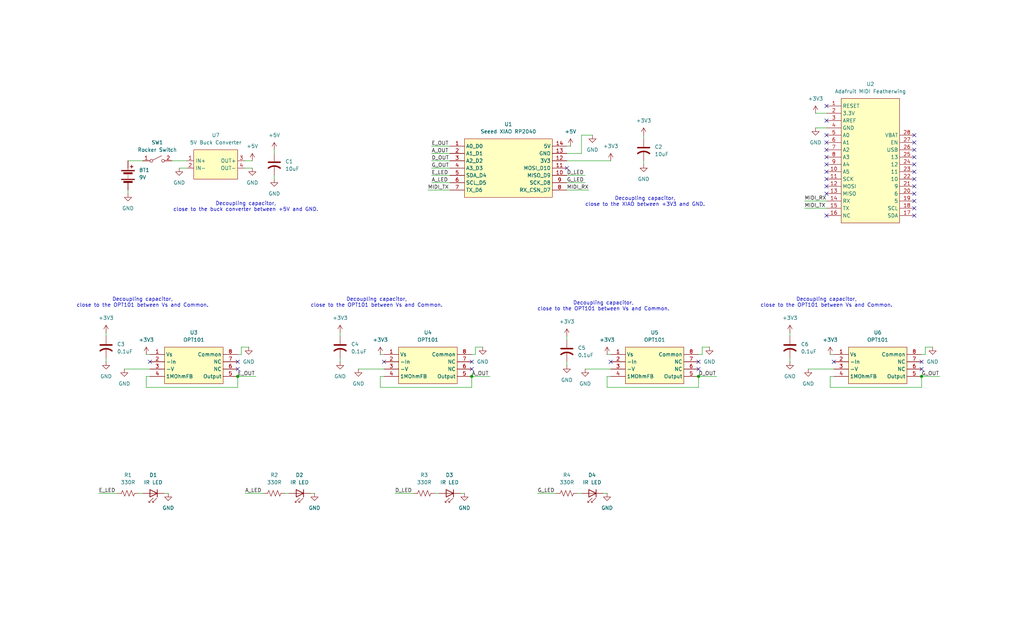
<source format=kicad_sch>
(kicad_sch (version 20250114) (generator "eeschema") (generator_version "9.0")
  (paper "USLegal")
  (title_block (title "BassMINT"))
  (lib_symbols
    (symbol "Device:Battery" (pin_numbers (hide yes)) (pin_names (offset 0) (hide yes))
      (property "Reference" "BT" (at 2.54 2.54 0))
      (property "Value" "Battery" (at 2.54 0 0))
      (symbol "Battery_0_1"
        (rectangle (start -2.286 1.778) (end 2.286 1.524) (fill (type outline)))
        (rectangle (start -2.286 -1.27) (end 2.286 -1.524) (fill (type outline)))
        (rectangle (start -1.524 1.016) (end 1.524 0.508) (fill (type outline)))
        (rectangle (start -1.524 -2.032) (end 1.524 -2.54) (fill (type outline)))
        (polyline (pts (xy 0 1.778) (xy 0 2.54)))
        (polyline (pts (xy 0 0) (xy 0 0.254)))
        (polyline (pts (xy 0 -0.508) (xy 0 -0.254)))
        (polyline (pts (xy 0 -1.016) (xy 0 -0.762)))
        (polyline (pts (xy 0.762 3.048) (xy 1.778 3.048)) (stroke (width 0.254)))
        (polyline (pts (xy 1.27 3.556) (xy 1.27 2.54)) (stroke (width 0.254)))
      )
      (symbol "Battery_1_1"
        (pin passive line (at 0 5.08 270) (length 2.54) (name "+") (number "1"))
        (pin passive line (at 0 -5.08 90) (length 2.54) (name "-") (number "2"))
      )
    )
    (symbol "Device:C_US" (pin_numbers (hide yes)) (pin_names (offset 0.254) (hide yes))
      (property "Reference" "C" (at 0.635 2.54 0))
      (property "Value" "C_US" (at 0.635 -2.54 0))
      (symbol "C_US_0_1"
        (polyline (pts (xy -2.032 0.762) (xy 2.032 0.762)) (stroke (width 0.508)))
        (arc (start -2.032 -1.27) (mid 0 -0.5572) (end 2.032 -1.27) (stroke (width 0.508)))
      )
      (symbol "C_US_1_1"
        (pin passive line (at 0 3.81 270) (length 2.794) (name "~") (number "1"))
        (pin passive line (at 0 -3.81 90) (length 3.302) (name "~") (number "2"))
      )
    )
    (symbol "Device:R_US" (pin_numbers (hide yes)) (pin_names (offset 0))
      (property "Reference" "R" (at 2.54 0 90))
      (property "Value" "R_US" (at -2.54 0 90))
      (symbol "R_US_0_1"
        (polyline (pts (xy 0 2.286) (xy 0 2.54)))
        (polyline (pts (xy 0 2.286) (xy 1.016 1.905) (xy 0 1.524) (xy -1.016 1.143) (xy 0 0.762)))
        (polyline (pts (xy 0 0.762) (xy 1.016 0.381) (xy 0 0) (xy -1.016 -0.381) (xy 0 -0.762)))
        (polyline (pts (xy 0 -0.762) (xy 1.016 -1.143) (xy 0 -1.524) (xy -1.016 -1.905) (xy 0 -2.286)))
        (polyline (pts (xy 0 -2.286) (xy 0 -2.54)))
      )
      (symbol "R_US_1_1"
        (pin passive line (at 0 3.81 270) (length 1.27) (name "~") (number "1"))
        (pin passive line (at 0 -3.81 90) (length 1.27) (name "~") (number "2"))
      )
    )
    (symbol "LED:LD271" (pin_numbers (hide yes)) (pin_names (offset 1.016) (hide yes))
      (property "Reference" "D" (at 0.508 1.778 0))
      (property "Value" "LD271" (at -1.016 -2.794 0))
      (symbol "LD271_0_1"
        (polyline (pts (xy -2.54 1.27) (xy -2.54 -1.27)) (stroke (width 0.254)))
        (polyline (pts (xy -2.413 1.651) (xy -0.889 3.175) (xy -0.889 2.667) (xy -0.889 3.175) (xy -1.397 3.175)))
        (polyline (pts (xy -1.143 1.651) (xy 0.381 3.175) (xy 0.381 2.667)))
        (polyline (pts (xy 0 0) (xy -2.54 0)))
        (polyline (pts (xy 0 -1.27) (xy -2.54 0) (xy 0 1.27) (xy 0 -1.27)) (stroke (width 0.254)))
        (polyline (pts (xy 0.381 3.175) (xy -0.127 3.175)))
      )
      (symbol "LD271_1_1"
        (pin passive line (at -5.08 0 0) (length 2.54) (name "K") (number "1"))
        (pin passive line (at 2.54 0 180) (length 2.54) (name "A") (number "2"))
      )
    )
    (symbol "OPT101_1"
      (property "Reference" "U3" (at 0 5.08 0))
      (property "Value" "OPT101" (at 0 2.54 0))
      (symbol "OPT101_1_0_0"
        (pin unspecified line (at -15.24 -2.54 0) (length 5.08) (name "Vs") (number "1"))
        (pin unspecified line (at -15.24 -5.08 0) (length 5.08) (name "-In") (number "2"))
        (pin unspecified line (at -15.24 -7.62 0) (length 5.08) (name "-V") (number "3"))
        (pin unspecified line (at -15.24 -10.16 0) (length 5.08) (name "1MOhmFB") (number "4"))
        (pin unspecified line (at 15.24 -2.54 180) (length 5.08) (name "Common") (number "8"))
        (pin unspecified line (at 15.24 -5.08 180) (length 5.08) (name "NC") (number "7"))
        (pin unspecified line (at 15.24 -7.62 180) (length 5.08) (name "NC") (number "6"))
        (pin unspecified line (at 15.24 -10.16 180) (length 5.08) (name "Output") (number "5"))
      )
      (symbol "OPT101_1_1_1"
        (rectangle (start -10.16 0) (end 10.16 -12.7) (fill (type color) (color 255 255 194 1)))
      )
    )
    (symbol "Switch:SW_SPST" (pin_names (offset 0) (hide yes))
      (property "Reference" "SW" (at 0 3.175 0))
      (property "Value" "SW_SPST" (at 0 -2.54 0))
      (symbol "SW_SPST_0_0"
        (circle (center -2.032 0) (radius 0.508))
        (polyline (pts (xy -1.524 0.254) (xy 1.524 1.778)))
        (circle (center 2.032 0) (radius 0.508))
      )
      (symbol "SW_SPST_1_1"
        (pin passive line (at -5.08 0 0) (length 2.54) (name "A") (number "1"))
        (pin passive line (at 5.08 0 180) (length 2.54) (name "B") (number "2"))
      )
    )
    (symbol "bassmint_symbols:Seeed_XIAO_RP2040"
      (property "Reference" "U1" (at 0 5.08 0))
      (property "Value" "Seeed XIAO RP2040" (at 0 2.54 0))
      (symbol "Seeed_XIAO_RP2040_0_0"
        (pin unspecified line (at -20.32 -2.54 0) (length 5.08) (name "A0_D0") (number "1"))
        (pin unspecified line (at -20.32 -5.08 0) (length 5.08) (name "A1_D1") (number "2"))
        (pin unspecified line (at -20.32 -7.62 0) (length 5.08) (name "A2_D2") (number "3"))
        (pin unspecified line (at -20.32 -10.16 0) (length 5.08) (name "A3_D3") (number "4"))
        (pin unspecified line (at -20.32 -12.7 0) (length 5.08) (name "SDA_D4") (number "5"))
        (pin unspecified line (at -20.32 -15.24 0) (length 5.08) (name "SCL_D5") (number "6"))
        (pin unspecified line (at -20.32 -17.78 0) (length 5.08) (name "TX_D6") (number "7"))
        (pin unspecified line (at 20.32 -2.54 180) (length 5.08) (name "5V") (number "14"))
        (pin unspecified line (at 20.32 -5.08 180) (length 5.08) (name "GND") (number "13"))
        (pin unspecified line (at 20.32 -7.62 180) (length 5.08) (name "3V3") (number "12"))
        (pin unspecified line (at 20.32 -10.16 180) (length 5.08) (name "MOSI_D10") (number "11"))
        (pin unspecified line (at 20.32 -12.7 180) (length 5.08) (name "MISO_D9") (number "10"))
        (pin unspecified line (at 20.32 -15.24 180) (length 5.08) (name "SCK_D8") (number "9"))
        (pin unspecified line (at 20.32 -17.78 180) (length 5.08) (name "RX_CSN_D7") (number "8"))
      )
      (symbol "Seeed_XIAO_RP2040_1_1"
        (rectangle (start -15.24 0) (end 15.24 -20.32) (fill (type color) (color 255 255 194 1)))
      )
    )
    (symbol "bassmint_symbols:buck_converter"
      (property "Reference" "U" (at 0 3.556 0))
      (property "Value" "5V Buck Converter" (at 0 1.27 0))
      (symbol "buck_converter_0_0"
        (pin unspecified line (at -10.16 -3.81 0) (length 2.54) (name "IN+") (number "1"))
        (pin unspecified line (at -10.16 -6.35 0) (length 2.54) (name "IN-") (number "2"))
        (pin unspecified line (at 10.16 -3.81 180) (length 2.54) (name "OUT+") (number "3"))
        (pin unspecified line (at 10.16 -6.35 180) (length 2.54) (name "OUT-") (number "4"))
      )
      (symbol "buck_converter_1_1"
        (rectangle (start -7.62 0) (end 7.62 -10.16) (fill (type color) (color 255 255 194 1)))
      )
    )
    (symbol "bassmint_symbols:midi"
      (property "Reference" "U2" (at 0 3.81 0))
      (property "Value" "Adafruit MIDI Featherwing" (at 0 1.27 0))
      (symbol "midi_0_0"
        (pin passive line (at -15.24 -6.35 0) (length 5.08) (name "3.3V") (number "2"))
        (pin passive line (at -15.24 -8.89 0) (length 5.08) (name "AREF") (number "3"))
        (pin passive line (at -15.24 -11.43 0) (length 5.08) (name "GND") (number "4"))
        (pin passive line (at -15.24 -13.97 0) (length 5.08) (name "A0") (number "5"))
        (pin passive line (at -15.24 -16.51 0) (length 5.08) (name "A1") (number "6"))
        (pin passive line (at -15.24 -19.05 0) (length 5.08) (name "A2") (number "7"))
        (pin passive line (at -15.24 -21.59 0) (length 5.08) (name "A3") (number "8"))
        (pin passive line (at -15.24 -24.13 0) (length 5.08) (name "A4") (number "9"))
        (pin passive line (at -15.24 -26.67 0) (length 5.08) (name "A5") (number "10"))
        (pin passive line (at -15.24 -29.21 0) (length 5.08) (name "SCK") (number "11"))
        (pin passive line (at -15.24 -31.75 0) (length 5.08) (name "MOSI") (number "12"))
        (pin passive line (at -15.24 -34.29 0) (length 5.08) (name "MISO") (number "13"))
        (pin passive line (at -15.24 -36.83 0) (length 5.08) (name "RX") (number "14"))
        (pin passive line (at -15.24 -39.37 0) (length 5.08) (name "TX") (number "15"))
        (pin passive line (at -15.24 -41.91 0) (length 5.08) (name "NC") (number "16"))
        (pin passive line (at 15.24 -13.97 180) (length 5.08) (name "VBAT") (number "28"))
        (pin passive line (at 15.24 -16.51 180) (length 5.08) (name "EN") (number "27"))
        (pin passive line (at 15.24 -19.05 180) (length 5.08) (name "USB") (number "26"))
        (pin passive line (at 15.24 -21.59 180) (length 5.08) (name "13") (number "25"))
        (pin passive line (at 15.24 -24.13 180) (length 5.08) (name "12") (number "24"))
        (pin passive line (at 15.24 -26.67 180) (length 5.08) (name "11") (number "23"))
        (pin passive line (at 15.24 -29.21 180) (length 5.08) (name "10") (number "22"))
        (pin passive line (at 15.24 -31.75 180) (length 5.08) (name "9") (number "21"))
        (pin passive line (at 15.24 -34.29 180) (length 5.08) (name "6") (number "20"))
        (pin passive line (at 15.24 -36.83 180) (length 5.08) (name "5") (number "19"))
        (pin passive line (at 15.24 -39.37 180) (length 5.08) (name "SCL") (number "18"))
        (pin passive line (at 15.24 -41.91 180) (length 5.08) (name "SDA") (number "17"))
      )
      (symbol "midi_1_0"
        (pin passive line (at -15.24 -3.81 0) (length 5.08) (name "RESET") (number "1"))
      )
      (symbol "midi_1_1"
        (rectangle (start -10.16 -1.27) (end 10.16 -44.45) (fill (type color) (color 255 255 194 1)))
      )
    )
    (symbol "power:+3V3" (power) (pin_numbers (hide yes)) (pin_names (offset 0) (hide yes))
      (property "Value" "+3V3" (at 0 3.556 0))
      (symbol "+3V3_0_1"
        (polyline (pts (xy -0.762 1.27) (xy 0 2.54)))
        (polyline (pts (xy 0 2.54) (xy 0.762 1.27)))
        (polyline (pts (xy 0 0) (xy 0 2.54)))
      )
      (symbol "+3V3_1_1"
        (pin power_in line (at 0 0 90) (length 0) (name "~") (number "1"))
      )
    )
    (symbol "power:+5V" (power) (pin_numbers (hide yes)) (pin_names (offset 0) (hide yes))
      (property "Value" "+5V" (at 0 3.556 0))
      (symbol "+5V_0_1"
        (polyline (pts (xy -0.762 1.27) (xy 0 2.54)))
        (polyline (pts (xy 0 2.54) (xy 0.762 1.27)))
        (polyline (pts (xy 0 0) (xy 0 2.54)))
      )
      (symbol "+5V_1_1"
        (pin power_in line (at 0 0 90) (length 0) (name "~") (number "1"))
      )
    )
    (symbol "power:GND" (power) (pin_numbers (hide yes)) (pin_names (offset 0) (hide yes))
      (property "Value" "GND" (at 0 -3.81 0))
      (symbol "GND_0_1"
        (polyline (pts (xy 0 0) (xy 0 -1.27) (xy 1.27 -1.27) (xy 0 -2.54) (xy -1.27 -1.27) (xy 0 -1.27)))
      )
      (symbol "GND_1_1"
        (pin power_in line (at 0 0 270) (length 0) (name "~") (number "1"))
      )
    )
  )
  (text "Decoupling capacitor,\nclose to the OPT101 between Vs and Common." (at 49.53 105.156 0) (effects (font (size 1.27 1.27))))
  (text "Decoupling capacitor,\nclose to the XIAO between +3V3 and GND." (at 224.028 70.104 0) (effects (font (size 1.27 1.27))))
  (text "Decoupling capacitor,\nclose to the buck converter between +5V and GND." (at 85.344 71.882 0) (effects (font (size 1.27 1.27))))
  (text "Decoupling capacitor,\nclose to the OPT101 between Vs and Common." (at 130.81 105.156 0) (effects (font (size 1.27 1.27))))
  (text "Decoupling capacitor,\nclose to the OPT101 between Vs and Common." (at 287.02 105.156 0) (effects (font (size 1.27 1.27))))
  (text "Decoupling capacitor,\nclose to the OPT101 between Vs and Common." (at 209.55 106.426 0) (effects (font (size 1.27 1.27))))
  (junction (at 163.83 130.81))
  (junction (at 320.04 130.81))
  (junction (at 242.57 130.81))
  (junction (at 82.55 130.81))
  (no_connect (at 287.02 36.83))
  (no_connect (at 317.5 72.39))
  (no_connect (at 242.57 128.27))
  (no_connect (at 317.5 64.77))
  (no_connect (at 317.5 57.15))
  (no_connect (at 287.02 67.31))
  (no_connect (at 82.55 128.27))
  (no_connect (at 287.02 74.93))
  (no_connect (at 287.02 49.53))
  (no_connect (at 196.85 58.42))
  (no_connect (at 212.09 125.73))
  (no_connect (at 163.83 125.73))
  (no_connect (at 287.02 46.99))
  (no_connect (at 317.5 69.85))
  (no_connect (at 287.02 64.77))
  (no_connect (at 320.04 125.73))
  (no_connect (at 320.04 128.27))
  (no_connect (at 317.5 54.61))
  (no_connect (at 289.56 125.73))
  (no_connect (at 52.07 125.73))
  (no_connect (at 287.02 41.91))
  (no_connect (at 317.5 62.23))
  (no_connect (at 317.5 52.07))
  (no_connect (at 133.35 125.73))
  (no_connect (at 317.5 46.99))
  (no_connect (at 317.5 49.53))
  (no_connect (at 287.02 52.07))
  (no_connect (at 163.83 128.27))
  (no_connect (at 287.02 57.15))
  (no_connect (at 82.55 125.73))
  (no_connect (at 242.57 125.73))
  (no_connect (at 317.5 67.31))
  (no_connect (at 317.5 74.93))
  (no_connect (at 287.02 62.23))
  (no_connect (at 287.02 54.61))
  (no_connect (at 317.5 59.69))
  (no_connect (at 287.02 59.69))
  (wire (pts (xy 50.8 123.19) (xy 52.07 123.19)))
  (wire (pts (xy 83.82 120.65) (xy 83.82 123.19)))
  (wire (pts (xy 280.67 128.27) (xy 289.56 128.27)))
  (wire (pts (xy 196.85 55.88) (xy 212.09 55.88)))
  (wire (pts (xy 160.02 171.45) (xy 161.29 171.45)))
  (wire (pts (xy 36.83 115.57) (xy 36.83 116.84)))
  (wire (pts (xy 242.57 130.81) (xy 248.92 130.81)))
  (wire (pts (xy 321.31 120.65) (xy 323.85 120.65)))
  (wire (pts (xy 163.83 130.81) (xy 170.18 130.81)))
  (wire (pts (xy 196.85 60.96) (xy 203.2 60.96)))
  (wire (pts (xy 52.07 130.81) (xy 50.8 130.81)))
  (wire (pts (xy 137.16 171.45) (xy 143.51 171.45)))
  (wire (pts (xy 85.09 55.88) (xy 87.63 55.88)))
  (wire (pts (xy 210.82 123.19) (xy 212.09 123.19)))
  (wire (pts (xy 43.18 128.27) (xy 52.07 128.27)))
  (wire (pts (xy 118.11 115.57) (xy 118.11 116.84)))
  (wire (pts (xy 62.23 58.42) (xy 64.77 58.42)))
  (wire (pts (xy 148.59 66.04) (xy 156.21 66.04)))
  (wire (pts (xy 201.93 46.99) (xy 201.93 53.34)))
  (wire (pts (xy 165.1 120.65) (xy 165.1 123.19)))
  (wire (pts (xy 118.11 124.46) (xy 118.11 125.73)))
  (wire (pts (xy 201.93 46.99) (xy 205.74 46.99)))
  (wire (pts (xy 36.83 124.46) (xy 36.83 125.73)))
  (wire (pts (xy 210.82 130.81) (xy 210.82 134.62)))
  (wire (pts (xy 107.95 171.45) (xy 109.22 171.45)))
  (wire (pts (xy 196.85 50.8) (xy 198.12 50.8)))
  (wire (pts (xy 163.83 134.62) (xy 163.83 130.81)))
  (wire (pts (xy 321.31 120.65) (xy 321.31 123.19)))
  (wire (pts (xy 50.8 134.62) (xy 82.55 134.62)))
  (wire (pts (xy 321.31 123.19) (xy 320.04 123.19)))
  (wire (pts (xy 151.13 171.45) (xy 152.4 171.45)))
  (wire (pts (xy 243.84 120.65) (xy 243.84 123.19)))
  (wire (pts (xy 48.26 171.45) (xy 49.53 171.45)))
  (wire (pts (xy 149.86 58.42) (xy 156.21 58.42)))
  (wire (pts (xy 200.66 171.45) (xy 201.93 171.45)))
  (wire (pts (xy 288.29 123.19) (xy 289.56 123.19)))
  (wire (pts (xy 203.2 128.27) (xy 212.09 128.27)))
  (wire (pts (xy 243.84 123.19) (xy 242.57 123.19)))
  (wire (pts (xy 196.85 116.84) (xy 196.85 118.11)))
  (wire (pts (xy 95.25 52.07) (xy 95.25 53.34)))
  (wire (pts (xy 274.32 115.57) (xy 274.32 116.84)))
  (wire (pts (xy 44.45 67.31) (xy 44.45 66.04)))
  (wire (pts (xy 279.4 72.39) (xy 287.02 72.39)))
  (wire (pts (xy 95.25 60.96) (xy 95.25 62.23)))
  (wire (pts (xy 83.82 123.19) (xy 82.55 123.19)))
  (wire (pts (xy 209.55 171.45) (xy 210.82 171.45)))
  (wire (pts (xy 34.29 171.45) (xy 40.64 171.45)))
  (wire (pts (xy 149.86 63.5) (xy 156.21 63.5)))
  (wire (pts (xy 132.08 130.81) (xy 132.08 134.62)))
  (wire (pts (xy 124.46 128.27) (xy 133.35 128.27)))
  (wire (pts (xy 132.08 134.62) (xy 163.83 134.62)))
  (wire (pts (xy 223.52 55.88) (xy 223.52 57.15)))
  (wire (pts (xy 82.55 130.81) (xy 88.9 130.81)))
  (wire (pts (xy 242.57 134.62) (xy 242.57 130.81)))
  (wire (pts (xy 279.4 69.85) (xy 287.02 69.85)))
  (wire (pts (xy 283.21 39.37) (xy 287.02 39.37)))
  (wire (pts (xy 50.8 130.81) (xy 50.8 134.62)))
  (wire (pts (xy 165.1 120.65) (xy 167.64 120.65)))
  (wire (pts (xy 44.45 55.88) (xy 49.53 55.88)))
  (wire (pts (xy 165.1 123.19) (xy 163.83 123.19)))
  (wire (pts (xy 99.06 171.45) (xy 100.33 171.45)))
  (wire (pts (xy 85.09 58.42) (xy 87.63 58.42)))
  (wire (pts (xy 289.56 130.81) (xy 288.29 130.81)))
  (wire (pts (xy 196.85 66.04) (xy 204.47 66.04)))
  (wire (pts (xy 132.08 123.19) (xy 133.35 123.19)))
  (wire (pts (xy 283.21 44.45) (xy 287.02 44.45)))
  (wire (pts (xy 274.32 124.46) (xy 274.32 125.73)))
  (wire (pts (xy 243.84 120.65) (xy 246.38 120.65)))
  (wire (pts (xy 288.29 134.62) (xy 320.04 134.62)))
  (wire (pts (xy 288.29 130.81) (xy 288.29 134.62)))
  (wire (pts (xy 133.35 130.81) (xy 132.08 130.81)))
  (wire (pts (xy 149.86 55.88) (xy 156.21 55.88)))
  (wire (pts (xy 196.85 125.73) (xy 196.85 127)))
  (wire (pts (xy 85.09 171.45) (xy 91.44 171.45)))
  (wire (pts (xy 196.85 63.5) (xy 203.2 63.5)))
  (wire (pts (xy 83.82 120.65) (xy 86.36 120.65)))
  (wire (pts (xy 210.82 134.62) (xy 242.57 134.62)))
  (wire (pts (xy 320.04 134.62) (xy 320.04 130.81)))
  (wire (pts (xy 186.69 171.45) (xy 193.04 171.45)))
  (wire (pts (xy 59.69 55.88) (xy 64.77 55.88)))
  (wire (pts (xy 212.09 130.81) (xy 210.82 130.81)))
  (wire (pts (xy 149.86 50.8) (xy 156.21 50.8)))
  (wire (pts (xy 320.04 130.81) (xy 326.39 130.81)))
  (wire (pts (xy 149.86 53.34) (xy 156.21 53.34)))
  (wire (pts (xy 57.15 171.45) (xy 58.42 171.45)))
  (wire (pts (xy 82.55 134.62) (xy 82.55 130.81)))
  (wire (pts (xy 149.86 60.96) (xy 156.21 60.96)))
  (wire (pts (xy 223.52 46.99) (xy 223.52 48.26)))
  (wire (pts (xy 201.93 53.34) (xy 196.85 53.34)))
  (label "D_OUT" (at 149.86 55.88 0))
  (label "G_OUT" (at 149.86 58.42 0))
  (label "D_OUT" (at 242.57 130.81 0))
  (label "G_LED" (at 196.8513 63.5 0))
  (label "D_LED" (at 137.16 171.45 0))
  (label "A_OUT" (at 149.86 53.34 0))
  (label "MIDI_RX" (at 196.85 66.04 0))
  (label "E_LED" (at 34.29 171.45 0))
  (label "A_LED" (at 85.09 171.45 0))
  (label "G_OUT" (at 320.04 130.81 0))
  (label "MIDI_TX" (at 279.4 72.39 0))
  (label "D_LED" (at 196.85 60.96 0))
  (label "MIDI_RX" (at 279.4 69.85 0))
  (label "E_LED" (at 149.86 60.96 0))
  (label "E_OUT" (at 82.55 130.81 0))
  (label "A_OUT" (at 163.83 130.81 0))
  (label "E_OUT" (at 149.86 50.8 0))
  (label "A_LED" (at 149.86 63.5 0))
  (label "G_LED" (at 186.69 171.45 0))
  (label "MIDI_TX" (at 148.59 66.04 0))
  (symbol (lib_id "power:GND") (at 210.82 171.45 0) (unit 1)
    (property "Reference" "#PWR012" (effects (hide yes)))
    (property "Value" "GND" (at 210.82 176.53 0))
    (property "Description" "Power symbol creates a global label with name \"GND\" , ground" (effects (hide yes)))
  )
  (symbol (lib_id "power:GND") (at 323.85 120.65 0) (unit 1)
    (property "Reference" "#PWR037" (effects (hide yes)))
    (property "Value" "GND" (at 323.85 125.73 0))
    (property "Description" "Power symbol creates a global label with name \"GND\" , ground" (effects (hide yes)))
  )
  (symbol (lib_id "Device:R_US") (at 44.45 171.45 270) (unit 1)
    (property "Reference" "R1" (at 44.45 165.1 90))
    (property "Value" "330R" (at 44.45 167.64 90))
    (property "Description" "Resistor, US symbol" (effects (hide yes)))
  )
  (symbol (lib_id "LED:LD271") (at 154.94 171.45 180) (unit 1)
    (property "Reference" "D3" (at 156.083 165.1 0))
    (property "Value" "IR LED" (at 156.083 167.64 0))
    (property "Footprint" "LED_THT:LED_D5.0mm_IRGrey" (effects (hide yes)))
    (property "Datasheet" "http://www.alliedelec.com/m/d/40788c34903a719969df15f1fbea1056.pdf" (effects (hide yes)))
    (property "Description" "940nm IR-LED, 5mm" (effects (hide yes)))
  )
  (symbol (lib_id "power:GND") (at 124.46 128.27 0) (unit 1)
    (property "Reference" "#PWR029" (effects (hide yes)))
    (property "Value" "GND" (at 124.46 133.35 0))
    (property "Description" "Power symbol creates a global label with name \"GND\" , ground" (effects (hide yes)))
  )
  (symbol (lib_id "bassmint_symbols:Seeed_XIAO_RP2040") (at 176.53 48.26 0) (unit 1)
    (property "Reference" "U1" (at 176.53 43.18 0))
    (property "Value" "Seeed XIAO RP2040" (at 176.53 45.72 0))
  )
  (symbol (lib_id "power:+3V3") (at 36.83 115.57 0) (unit 1)
    (property "Reference" "#PWR018" (effects (hide yes)))
    (property "Value" "+3V3" (at 36.83 110.49 0))
    (property "Description" "Power symbol creates a global label with name \"+3V3\"" (effects (hide yes)))
  )
  (symbol (lib_name "OPT101_1") (lib_id "bassmint_symbols:OPT101") (at 148.59 120.65 0) (unit 1)
    (property "Reference" "U4" (at 148.59 115.57 0))
    (property "Value" "OPT101" (at 148.59 118.11 0))
  )
  (symbol (lib_name "OPT101_1") (lib_id "bassmint_symbols:OPT101") (at 304.8 120.65 0) (unit 1)
    (property "Reference" "U6" (at 304.8 115.57 0))
    (property "Value" "OPT101" (at 304.8 118.11 0))
  )
  (symbol (lib_id "power:+3V3") (at 210.82 123.19 0) (unit 1)
    (property "Reference" "#PWR033" (effects (hide yes)))
    (property "Value" "+3V3" (at 210.82 118.11 0))
    (property "Description" "Power symbol creates a global label with name \"+3V3\"" (effects (hide yes)))
  )
  (symbol (lib_id "Device:C_US") (at 223.52 52.07 0) (unit 1)
    (property "Reference" "C2" (at 227.33 51.0539 0) (effects (justify left)))
    (property "Value" "10uF" (at 227.33 53.5939 0) (effects (justify left)))
    (property "Description" "capacitor, US symbol" (effects (hide yes)))
  )
  (symbol (lib_id "power:GND") (at 58.42 171.45 0) (unit 1)
    (property "Reference" "#PWR09" (effects (hide yes)))
    (property "Value" "GND" (at 58.42 176.53 0))
    (property "Description" "Power symbol creates a global label with name \"GND\" , ground" (effects (hide yes)))
  )
  (symbol (lib_id "Device:C_US") (at 118.11 120.65 0) (unit 1)
    (property "Reference" "C4" (at 121.92 119.6339 0) (effects (justify left)))
    (property "Value" "0.1uF" (at 121.92 122.1739 0) (effects (justify left)))
    (property "Description" "capacitor, US symbol" (effects (hide yes)))
  )
  (symbol (lib_id "Device:C_US") (at 36.83 120.65 0) (unit 1)
    (property "Reference" "C3" (at 40.64 119.6339 0) (effects (justify left)))
    (property "Value" "0.1uF" (at 40.64 122.1739 0) (effects (justify left)))
    (property "Description" "capacitor, US symbol" (effects (hide yes)))
  )
  (symbol (lib_name "OPT101_1") (lib_id "bassmint_symbols:OPT101") (at 67.31 120.65 0) (unit 1)
    (property "Reference" "U3" (at 67.31 115.57 0))
    (property "Value" "OPT101" (at 67.31 118.11 0))
  )
  (symbol (lib_id "bassmint_symbols:buck_converter") (at 74.93 52.07 0) (unit 1)
    (property "Reference" "U7" (at 74.93 46.99 0))
    (property "Value" "5V Buck Converter" (at 74.93 49.53 0))
  )
  (symbol (lib_id "power:GND") (at 246.38 120.65 0) (unit 1)
    (property "Reference" "#PWR034" (effects (hide yes)))
    (property "Value" "GND" (at 246.38 125.73 0))
    (property "Description" "Power symbol creates a global label with name \"GND\" , ground" (effects (hide yes)))
  )
  (symbol (lib_id "power:+3V3") (at 196.85 116.84 0) (unit 1)
    (property "Reference" "#PWR022" (effects (hide yes)))
    (property "Value" "+3V3" (at 196.85 111.76 0))
    (property "Description" "Power symbol creates a global label with name \"+3V3\"" (effects (hide yes)))
  )
  (symbol (lib_id "power:GND") (at 43.18 128.27 0) (unit 1)
    (property "Reference" "#PWR027" (effects (hide yes)))
    (property "Value" "GND" (at 43.18 133.35 0))
    (property "Description" "Power symbol creates a global label with name \"GND\" , ground" (effects (hide yes)))
  )
  (symbol (lib_id "LED:LD271") (at 52.07 171.45 180) (unit 1)
    (property "Reference" "D1" (at 53.213 165.1 0))
    (property "Value" "IR LED" (at 53.213 167.64 0))
    (property "Footprint" "LED_THT:LED_D5.0mm_IRGrey" (effects (hide yes)))
    (property "Datasheet" "http://www.alliedelec.com/m/d/40788c34903a719969df15f1fbea1056.pdf" (effects (hide yes)))
    (property "Description" "940nm IR-LED, 5mm" (effects (hide yes)))
  )
  (symbol (lib_id "power:+3V3") (at 283.21 39.37 0) (unit 1)
    (property "Reference" "#PWR015" (effects (hide yes)))
    (property "Value" "+3V3" (at 283.21 34.29 0))
    (property "Description" "Power symbol creates a global label with name \"+3V3\"" (effects (hide yes)))
  )
  (symbol (lib_id "Device:C_US") (at 95.25 57.15 0) (unit 1)
    (property "Reference" "C1" (at 99.06 56.1339 0) (effects (justify left)))
    (property "Value" "10uF" (at 99.06 58.6739 0) (effects (justify left)))
    (property "Description" "capacitor, US symbol" (effects (hide yes)))
  )
  (symbol (lib_id "Device:R_US") (at 147.32 171.45 270) (unit 1)
    (property "Reference" "R3" (at 147.32 165.1 90))
    (property "Value" "330R" (at 147.32 167.64 90))
    (property "Description" "Resistor, US symbol" (effects (hide yes)))
  )
  (symbol (lib_id "Switch:SW_SPST") (at 54.61 55.88 0) (unit 1)
    (property "Reference" "SW1" (at 54.61 49.53 0))
    (property "Value" "Rocker Switch" (at 54.61 52.07 0))
    (property "Description" "Single Pole Single Throw (SPST) switch" (effects (hide yes)))
  )
  (symbol (lib_id "power:GND") (at 223.52 57.15 0) (unit 1)
    (property "Reference" "#PWR017" (effects (hide yes)))
    (property "Value" "GND" (at 223.52 62.23 0))
    (property "Description" "Power symbol creates a global label with name \"GND\" , ground" (effects (hide yes)))
  )
  (symbol (lib_id "power:GND") (at 95.25 62.23 0) (unit 1)
    (property "Reference" "#PWR04" (effects (hide yes)))
    (property "Value" "GND" (at 95.25 67.31 0))
    (property "Description" "Power symbol creates a global label with name \"GND\" , ground" (effects (hide yes)))
  )
  (symbol (lib_id "power:GND") (at 205.74 46.99 0) (unit 1)
    (property "Reference" "#PWR08" (effects (hide yes)))
    (property "Value" "GND" (at 205.74 52.07 0))
    (property "Description" "Power symbol creates a global label with name \"GND\" , ground" (effects (hide yes)))
  )
  (symbol (lib_id "LED:LD271") (at 204.47 171.45 180) (unit 1)
    (property "Reference" "D4" (at 205.613 165.1 0))
    (property "Value" "IR LED" (at 205.613 167.64 0))
    (property "Footprint" "LED_THT:LED_D5.0mm_IRGrey" (effects (hide yes)))
    (property "Datasheet" "http://www.alliedelec.com/m/d/40788c34903a719969df15f1fbea1056.pdf" (effects (hide yes)))
    (property "Description" "940nm IR-LED, 5mm" (effects (hide yes)))
  )
  (symbol (lib_id "power:+5V") (at 87.63 55.88 0) (unit 1)
    (property "Reference" "#PWR06" (effects (hide yes)))
    (property "Value" "+5V" (at 87.63 50.8 0))
    (property "Description" "Power symbol creates a global label with name \"+5V\"" (effects (hide yes)))
  )
  (symbol (lib_id "power:GND") (at 118.11 125.73 0) (unit 1)
    (property "Reference" "#PWR021" (effects (hide yes)))
    (property "Value" "GND" (at 118.11 130.81 0))
    (property "Description" "Power symbol creates a global label with name \"GND\" , ground" (effects (hide yes)))
  )
  (symbol (lib_id "power:GND") (at 161.29 171.45 0) (unit 1)
    (property "Reference" "#PWR011" (effects (hide yes)))
    (property "Value" "GND" (at 161.29 176.53 0))
    (property "Description" "Power symbol creates a global label with name \"GND\" , ground" (effects (hide yes)))
  )
  (symbol (lib_id "Device:R_US") (at 196.85 171.45 270) (unit 1)
    (property "Reference" "R4" (at 196.85 165.1 90))
    (property "Value" "330R" (at 196.85 167.64 90))
    (property "Description" "Resistor, US symbol" (effects (hide yes)))
  )
  (symbol (lib_id "power:GND") (at 167.64 120.65 0) (unit 1)
    (property "Reference" "#PWR031" (effects (hide yes)))
    (property "Value" "GND" (at 167.64 125.73 0))
    (property "Description" "Power symbol creates a global label with name \"GND\" , ground" (effects (hide yes)))
  )
  (symbol (lib_id "power:GND") (at 109.22 171.45 0) (unit 1)
    (property "Reference" "#PWR010" (effects (hide yes)))
    (property "Value" "GND" (at 109.22 176.53 0))
    (property "Description" "Power symbol creates a global label with name \"GND\" , ground" (effects (hide yes)))
  )
  (symbol (lib_id "power:+3V3") (at 118.11 115.57 0) (unit 1)
    (property "Reference" "#PWR020" (effects (hide yes)))
    (property "Value" "+3V3" (at 118.11 110.49 0))
    (property "Description" "Power symbol creates a global label with name \"+3V3\"" (effects (hide yes)))
  )
  (symbol (lib_id "power:GND") (at 283.21 44.45 0) (unit 1)
    (property "Reference" "#PWR013" (effects (hide yes)))
    (property "Value" "GND" (at 283.21 49.53 0))
    (property "Description" "Power symbol creates a global label with name \"GND\" , ground" (effects (hide yes)))
  )
  (symbol (lib_id "power:+3V3") (at 274.32 115.57 0) (unit 1)
    (property "Reference" "#PWR024" (effects (hide yes)))
    (property "Value" "+3V3" (at 274.32 110.49 0))
    (property "Description" "Power symbol creates a global label with name \"+3V3\"" (effects (hide yes)))
  )
  (symbol (lib_id "LED:LD271") (at 102.87 171.45 180) (unit 1)
    (property "Reference" "D2" (at 104.013 165.1 0))
    (property "Value" "IR LED" (at 104.013 167.64 0))
    (property "Footprint" "LED_THT:LED_D5.0mm_IRGrey" (effects (hide yes)))
    (property "Datasheet" "http://www.alliedelec.com/m/d/40788c34903a719969df15f1fbea1056.pdf" (effects (hide yes)))
    (property "Description" "940nm IR-LED, 5mm" (effects (hide yes)))
  )
  (symbol (lib_id "power:+5V") (at 198.12 50.8 0) (unit 1)
    (property "Reference" "#PWR07" (effects (hide yes)))
    (property "Value" "+5V" (at 198.12 45.72 0))
    (property "Description" "Power symbol creates a global label with name \"+5V\"" (effects (hide yes)))
  )
  (symbol (lib_id "bassmint_symbols:midi") (at 302.26 33.02 0) (unit 1)
    (property "Reference" "U2" (at 302.26 29.21 0))
    (property "Value" "Adafruit MIDI Featherwing" (at 302.26 31.75 0))
  )
  (symbol (lib_id "power:+3V3") (at 212.09 55.88 0) (unit 1)
    (property "Reference" "#PWR014" (effects (hide yes)))
    (property "Value" "+3V3" (at 212.09 50.8 0))
    (property "Description" "Power symbol creates a global label with name \"+3V3\"" (effects (hide yes)))
  )
  (symbol (lib_id "power:+5V") (at 95.25 52.07 0) (unit 1)
    (property "Reference" "#PWR05" (effects (hide yes)))
    (property "Value" "+5V" (at 95.25 46.99 0))
    (property "Description" "Power symbol creates a global label with name \"+5V\"" (effects (hide yes)))
  )
  (symbol (lib_id "power:GND") (at 86.36 120.65 0) (unit 1)
    (property "Reference" "#PWR028" (effects (hide yes)))
    (property "Value" "GND" (at 86.36 125.73 0))
    (property "Description" "Power symbol creates a global label with name \"GND\" , ground" (effects (hide yes)))
  )
  (symbol (lib_id "power:GND") (at 196.85 127 0) (unit 1)
    (property "Reference" "#PWR023" (effects (hide yes)))
    (property "Value" "GND" (at 196.85 132.08 0))
    (property "Description" "Power symbol creates a global label with name \"GND\" , ground" (effects (hide yes)))
  )
  (symbol (lib_id "Device:C_US") (at 196.85 121.92 0) (unit 1)
    (property "Reference" "C5" (at 200.66 120.9039 0) (effects (justify left)))
    (property "Value" "0.1uF" (at 200.66 123.4439 0) (effects (justify left)))
    (property "Description" "capacitor, US symbol" (effects (hide yes)))
  )
  (symbol (lib_id "power:+3V3") (at 288.29 123.19 0) (unit 1)
    (property "Reference" "#PWR036" (effects (hide yes)))
    (property "Value" "+3V3" (at 288.29 118.11 0))
    (property "Description" "Power symbol creates a global label with name \"+3V3\"" (effects (hide yes)))
  )
  (symbol (lib_id "Device:C_US") (at 274.32 120.65 0) (unit 1)
    (property "Reference" "C6" (at 278.13 119.6339 0) (effects (justify left)))
    (property "Value" "0.1uF" (at 278.13 122.1739 0) (effects (justify left)))
    (property "Description" "capacitor, US symbol" (effects (hide yes)))
  )
  (symbol (lib_id "power:+3V3") (at 223.52 46.99 0) (unit 1)
    (property "Reference" "#PWR016" (effects (hide yes)))
    (property "Value" "+3V3" (at 223.52 41.91 0))
    (property "Description" "Power symbol creates a global label with name \"+3V3\"" (effects (hide yes)))
  )
  (symbol (lib_id "power:+3V3") (at 132.08 123.19 0) (unit 1)
    (property "Reference" "#PWR030" (effects (hide yes)))
    (property "Value" "+3V3" (at 132.08 118.11 0))
    (property "Description" "Power symbol creates a global label with name \"+3V3\"" (effects (hide yes)))
  )
  (symbol (lib_id "Device:R_US") (at 95.25 171.45 270) (unit 1)
    (property "Reference" "R2" (at 95.25 165.1 90))
    (property "Value" "330R" (at 95.25 167.64 90))
    (property "Description" "Resistor, US symbol" (effects (hide yes)))
  )
  (symbol (lib_id "power:GND") (at 203.2 128.27 0) (unit 1)
    (property "Reference" "#PWR032" (effects (hide yes)))
    (property "Value" "GND" (at 203.2 133.35 0))
    (property "Description" "Power symbol creates a global label with name \"GND\" , ground" (effects (hide yes)))
  )
  (symbol (lib_name "OPT101_1") (lib_id "bassmint_symbols:OPT101") (at 227.33 120.65 0) (unit 1)
    (property "Reference" "U5" (at 227.33 115.57 0))
    (property "Value" "OPT101" (at 227.33 118.11 0))
  )
  (symbol (lib_id "power:GND") (at 274.32 125.73 0) (unit 1)
    (property "Reference" "#PWR025" (effects (hide yes)))
    (property "Value" "GND" (at 274.32 130.81 0))
    (property "Description" "Power symbol creates a global label with name \"GND\" , ground" (effects (hide yes)))
  )
  (symbol (lib_id "Device:Battery") (at 44.45 60.96 0) (unit 1)
    (property "Reference" "BT1" (at 48.26 59.1184 0) (effects (justify left)))
    (property "Value" "9V" (at 48.26 61.6584 0) (effects (justify left)))
    (property "Description" "Multiple-cell battery" (effects (hide yes)))
  )
  (symbol (lib_id "power:GND") (at 87.63 58.42 0) (unit 1)
    (property "Reference" "#PWR03" (effects (hide yes)))
    (property "Value" "GND" (at 87.63 63.5 0))
    (property "Description" "Power symbol creates a global label with name \"GND\" , ground" (effects (hide yes)))
  )
  (symbol (lib_id "power:GND") (at 280.67 128.27 0) (unit 1)
    (property "Reference" "#PWR035" (effects (hide yes)))
    (property "Value" "GND" (at 280.67 133.35 0))
    (property "Description" "Power symbol creates a global label with name \"GND\" , ground" (effects (hide yes)))
  )
  (symbol (lib_id "power:GND") (at 44.45 67.31 0) (unit 1)
    (property "Reference" "#PWR01" (effects (hide yes)))
    (property "Value" "GND" (at 44.45 72.39 0))
    (property "Description" "Power symbol creates a global label with name \"GND\" , ground" (effects (hide yes)))
  )
  (symbol (lib_id "power:GND") (at 36.83 125.73 0) (unit 1)
    (property "Reference" "#PWR019" (effects (hide yes)))
    (property "Value" "GND" (at 36.83 130.81 0))
    (property "Description" "Power symbol creates a global label with name \"GND\" , ground" (effects (hide yes)))
  )
  (symbol (lib_id "power:GND") (at 62.23 58.42 0) (unit 1)
    (property "Reference" "#PWR02" (effects (hide yes)))
    (property "Value" "GND" (at 62.23 63.5 0))
    (property "Description" "Power symbol creates a global label with name \"GND\" , ground" (effects (hide yes)))
  )
  (symbol (lib_id "power:+3V3") (at 50.8 123.19 0) (unit 1)
    (property "Reference" "#PWR026" (effects (hide yes)))
    (property "Value" "+3V3" (at 50.8 118.11 0))
    (property "Description" "Power symbol creates a global label with name \"+3V3\"" (effects (hide yes)))
  )
)
</source>
